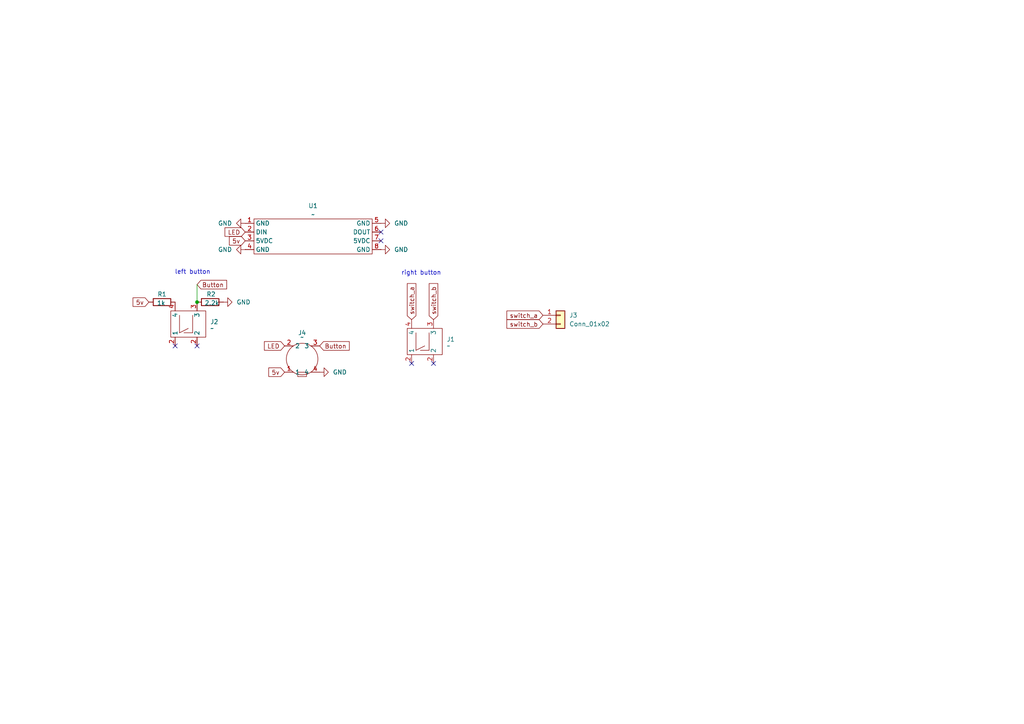
<source format=kicad_sch>
(kicad_sch (version 20231120) (generator "eeschema") (generator_version "8.0")
  (paper "A4")
  (lib_symbols
    (symbol "21xt_symbols:K12SD_S_1.5_6N_O_LFTX"
      (property "Reference" "J" (at 11.43 -3.556 0))
      (symbol "K12SD_S_1.5_6N_O_LFTX_0_1"
        (polyline (pts (xy 2.54 -6.35) (xy 5.08 -5.08)))
        (polyline (pts (xy 2.54 -1.27) (xy 2.54 -6.35)))
        (polyline (pts (xy 6.35 -1.27) (xy 6.35 -6.35)))
        (polyline (pts (xy 6.35 -6.35) (xy 5.08 -6.35) (xy 3.81 -6.35)))
        (rectangle (start 0 0) (end 10.16 -7.62))
      )
      (symbol "K12SD_S_1.5_6N_O_LFTX_1_1"
        (pin input line (at 1.27 -10.16 90) (length 2.54) (name "1") (number "2"))
        (pin input line (at 7.62 -10.16 90) (length 2.54) (name "2") (number "2"))
        (pin input line (at 7.62 2.54 270) (length 2.54) (name "3") (number "3"))
        (pin input line (at 1.27 2.54 270) (length 2.54) (name "4") (number "4"))
      )
    )
    (symbol "21xt_symbols:led_strip_adafruit"
      (property "Reference" "U" (at 18.288 -6.096 0))
      (symbol "led_strip_adafruit_0_1"
        (rectangle (start 0 0) (end 34.29 -10.16))
      )
      (symbol "led_strip_adafruit_1_1"
        (pin input line (at -2.54 -1.27 0) (length 2.54) (name "GND") (number "1"))
        (pin input line (at -2.54 -3.81 0) (length 2.54) (name "DIN") (number "2"))
        (pin input line (at -2.54 -6.35 0) (length 2.54) (name "5VDC") (number "3"))
        (pin input line (at -2.54 -8.89 0) (length 2.54) (name "GND") (number "4"))
        (pin input line (at 36.83 -1.27 180) (length 2.54) (name "GND") (number "5"))
        (pin input line (at 36.83 -3.81 180) (length 2.54) (name "DOUT") (number "6"))
        (pin input line (at 36.83 -6.35 180) (length 2.54) (name "5VDC") (number "7"))
        (pin input line (at 36.83 -8.89 180) (length 2.54) (name "GND") (number "8"))
      )
    )
    (symbol "21xt_symbols:m8_push_pull_female_09_4912_081_04"
      (property "Reference" "J" (at 0 0 0))
      (symbol "m8_push_pull_female_09_4912_081_04_0_1"
        (polyline (pts (xy -1.27 -5.08) (xy -1.27 -3.81) (xy 1.27 -3.81) (xy 1.27 -5.08) (xy -1.27 -5.08)))
        (circle (center 0 0) (radius 4.5791))
      )
      (symbol "m8_push_pull_female_09_4912_081_04_1_1"
        (pin input line (at -5.08 -3.81 0) (length 2.54) (name "1") (number "1"))
        (pin input line (at -5.08 3.81 0) (length 2.54) (name "2") (number "2"))
        (pin input line (at 5.08 3.81 180) (length 2.54) (name "3") (number "3"))
        (pin input line (at 5.08 -3.81 180) (length 2.54) (name "4") (number "4"))
      )
    )
    (symbol "Connector_Generic:Conn_01x02" (pin_names (offset 1.016) hide)
      (property "Reference" "J" (at 0 2.54 0))
      (property "Value" "Conn_01x02" (at 0 -5.08 0))
      (symbol "Conn_01x02_1_1"
        (rectangle (start -1.27 -2.413) (end 0 -2.667) (stroke (width 0.1524)))
        (rectangle (start -1.27 0.127) (end 0 -0.127) (stroke (width 0.1524)))
        (rectangle (start -1.27 1.27) (end 1.27 -3.81) (stroke (width 0.254)) (fill (type background)))
        (pin passive line (at -5.08 0 0) (length 3.81) (name "Pin_1") (number "1"))
        (pin passive line (at -5.08 -2.54 0) (length 3.81) (name "Pin_2") (number "2"))
      )
    )
    (symbol "Device:R" (pin_numbers hide) (pin_names (offset 0))
      (property "Reference" "R" (at 2.032 0 90))
      (property "Value" "R" (at 0 0 90))
      (symbol "R_0_1"
        (rectangle (start -1.016 -2.54) (end 1.016 2.54) (stroke (width 0.254)))
      )
      (symbol "R_1_1"
        (pin passive line (at 0 3.81 270) (length 1.27) (name "~") (number "1"))
        (pin passive line (at 0 -3.81 90) (length 1.27) (name "~") (number "2"))
      )
    )
    (symbol "power:GND" (power) (pin_numbers hide) (pin_names (offset 0) hide)
      (property "Value" "GND" (at 0 -3.81 0))
      (symbol "GND_0_1"
        (polyline (pts (xy 0 0) (xy 0 -1.27) (xy 1.27 -1.27) (xy 0 -2.54) (xy -1.27 -1.27) (xy 0 -1.27)))
      )
      (symbol "GND_1_1"
        (pin power_in line (at 0 0 270) (length 0) (name "~") (number "1"))
      )
    )
  )
  (junction (at 57.15 87.63))
  (no_connect (at 110.49 69.85))
  (no_connect (at 50.8 100.33))
  (no_connect (at 110.49 67.31))
  (no_connect (at 125.73 105.41))
  (no_connect (at 57.15 100.33))
  (no_connect (at 119.38 105.41))
  (wire (pts (xy 57.15 82.55) (xy 57.15 87.63)))
  (text "right button" (at 122.174 79.248 0) (effects (font (size 1.27 1.27))))
  (text "left button" (at 55.88 78.994 0) (effects (font (size 1.27 1.27))))
  (global_label "LED" (shape input) (at 82.55 100.33 180) (property "Intersheetrefs" "${INTERSHEET_REFS}" (effects (hide yes))))
  (global_label "Button" (shape input) (at 92.71 100.33 0) (property "Intersheetrefs" "${INTERSHEET_REFS}" (effects (hide yes))))
  (global_label "5v" (shape input) (at 82.55 107.95 180) (property "Intersheetrefs" "${INTERSHEET_REFS}" (effects (hide yes))))
  (global_label "switch_b" (shape input) (at 125.73 92.71 90) (property "Intersheetrefs" "${INTERSHEET_REFS}" (effects (hide yes))))
  (global_label "5v" (shape input) (at 71.12 69.85 180) (property "Intersheetrefs" "${INTERSHEET_REFS}" (effects (hide yes))))
  (global_label "LED" (shape input) (at 71.12 67.31 180) (property "Intersheetrefs" "${INTERSHEET_REFS}" (effects (hide yes))))
  (global_label "switch_a" (shape input) (at 119.38 92.71 90) (property "Intersheetrefs" "${INTERSHEET_REFS}" (effects (hide yes))))
  (global_label "Button" (shape input) (at 57.15 82.55 0) (property "Intersheetrefs" "${INTERSHEET_REFS}" (effects (hide yes))))
  (global_label "5v" (shape input) (at 43.18 87.63 180) (property "Intersheetrefs" "${INTERSHEET_REFS}" (effects (hide yes))))
  (global_label "switch_a" (shape input) (at 157.48 91.44 180) (property "Intersheetrefs" "${INTERSHEET_REFS}" (effects (hide yes))))
  (global_label "switch_b" (shape input) (at 157.48 93.98 180) (property "Intersheetrefs" "${INTERSHEET_REFS}" (effects (hide yes))))
  (symbol (lib_id "power:GND") (at 71.12 64.77 270) (unit 1)
    (property "Reference" "#PWR02" (effects (hide yes)))
    (property "Value" "GND" (at 67.31 64.7699 90) (effects (justify right)))
    (property "Description" "Power symbol creates a global label with name \"GND\" , ground" (effects (hide yes)))
  )
  (symbol (lib_id "power:GND") (at 71.12 72.39 270) (unit 1)
    (property "Reference" "#PWR03" (effects (hide yes)))
    (property "Value" "GND" (at 67.31 72.3899 90) (effects (justify right)))
    (property "Description" "Power symbol creates a global label with name \"GND\" , ground" (effects (hide yes)))
  )
  (symbol (lib_id "21xt_symbols:K12SD_S_1.5_6N_O_LFTX") (at 49.53 90.17 0) (unit 1)
    (property "Reference" "J2" (at 60.96 93.3449 0) (effects (justify left)))
    (property "Value" "~" (at 60.96 95.25 0) (effects (justify left)))
    (property "Footprint" "21xt_footprints:K12SD S 1.5 6N O LFTX" (effects (hide yes)))
  )
  (symbol (lib_id "Device:R") (at 60.96 87.63 90) (unit 1)
    (property "Reference" "R2" (at 61.214 85.344 90))
    (property "Value" "2.2k" (at 61.468 87.884 90))
    (property "Footprint" "Resistor_SMD:R_0402_1005Metric" (effects (hide yes)))
    (property "Description" "Resistor" (effects (hide yes)))
  )
  (symbol (lib_id "power:GND") (at 110.49 72.39 90) (unit 1)
    (property "Reference" "#PWR05" (effects (hide yes)))
    (property "Value" "GND" (at 114.3 72.3899 90) (effects (justify right)))
    (property "Description" "Power symbol creates a global label with name \"GND\" , ground" (effects (hide yes)))
  )
  (symbol (lib_id "21xt_symbols:led_strip_adafruit") (at 73.66 63.5 0) (unit 1)
    (property "Reference" "U1" (at 90.805 59.69 0))
    (property "Value" "~" (at 90.805 62.23 0))
    (property "Footprint" "21xt_footprints:led_strip" (effects (hide yes)))
  )
  (symbol (lib_id "power:GND") (at 92.71 107.95 90) (unit 1)
    (property "Reference" "#PWR01" (effects (hide yes)))
    (property "Value" "GND" (at 96.52 107.9499 90) (effects (justify right)))
    (property "Description" "Power symbol creates a global label with name \"GND\" , ground" (effects (hide yes)))
  )
  (symbol (lib_id "21xt_symbols:m8_push_pull_female_09_4912_081_04") (at 87.63 104.14 0) (unit 1)
    (property "Reference" "J4" (at 87.63 96.52 0))
    (property "Value" "~" (at 87.63 97.79 0))
    (property "Footprint" "21xt_footprints:m8 pp bulkhead 09 4912 081 04" (effects (hide yes)))
  )
  (symbol (lib_id "Device:R") (at 46.99 87.63 90) (unit 1)
    (property "Reference" "R1" (at 46.99 85.344 90))
    (property "Value" "1k" (at 46.736 87.884 90))
    (property "Footprint" "Resistor_SMD:R_0402_1005Metric" (effects (hide yes)))
    (property "Description" "Resistor" (effects (hide yes)))
  )
  (symbol (lib_id "power:GND") (at 110.49 64.77 90) (unit 1)
    (property "Reference" "#PWR04" (effects (hide yes)))
    (property "Value" "GND" (at 114.3 64.7699 90) (effects (justify right)))
    (property "Description" "Power symbol creates a global label with name \"GND\" , ground" (effects (hide yes)))
  )
  (symbol (lib_id "21xt_symbols:K12SD_S_1.5_6N_O_LFTX") (at 118.11 95.25 0) (unit 1)
    (property "Reference" "J1" (at 129.54 98.4249 0) (effects (justify left)))
    (property "Value" "~" (at 129.54 100.33 0) (effects (justify left)))
    (property "Footprint" "21xt_footprints:K12SD S 1.5 6N O LFTX" (effects (hide yes)))
  )
  (symbol (lib_id "power:GND") (at 64.77 87.63 90) (unit 1)
    (property "Reference" "#PWR06" (effects (hide yes)))
    (property "Value" "GND" (at 68.58 87.6299 90) (effects (justify right)))
    (property "Description" "Power symbol creates a global label with name \"GND\" , ground" (effects (hide yes)))
  )
  (symbol (lib_id "Connector_Generic:Conn_01x02") (at 162.56 91.44 0) (unit 1)
    (property "Reference" "J3" (at 165.1 91.4399 0) (effects (justify left)))
    (property "Value" "Conn_01x02" (at 165.1 93.9799 0) (effects (justify left)))
    (property "Footprint" "Connector_Wire:SolderWire-0.1sqmm_1x02_P3.6mm_D0.4mm_OD1mm" (effects (hide yes)))
    (property "Description" "Generic connector, single row, 01x02, script generated (kicad-library-utils/schlib/autogen/connector/)" (effects (hide yes)))
  )
)
</source>
